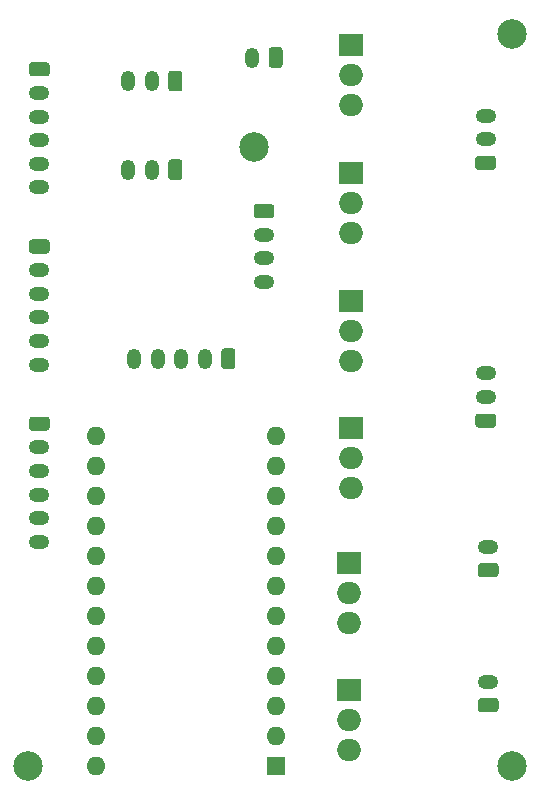
<source format=gbr>
%TF.GenerationSoftware,KiCad,Pcbnew,(5.1.9)-1*%
%TF.CreationDate,2021-10-29T07:15:38-06:00*%
%TF.ProjectId,throttle_controller,7468726f-7474-46c6-955f-636f6e74726f,rev?*%
%TF.SameCoordinates,Original*%
%TF.FileFunction,Soldermask,Bot*%
%TF.FilePolarity,Negative*%
%FSLAX46Y46*%
G04 Gerber Fmt 4.6, Leading zero omitted, Abs format (unit mm)*
G04 Created by KiCad (PCBNEW (5.1.9)-1) date 2021-10-29 07:15:38*
%MOMM*%
%LPD*%
G01*
G04 APERTURE LIST*
%ADD10O,1.200000X1.750000*%
%ADD11O,1.750000X1.200000*%
%ADD12O,2.000000X1.905000*%
%ADD13R,2.000000X1.905000*%
%ADD14O,1.600000X1.600000*%
%ADD15R,1.600000X1.600000*%
%ADD16C,2.500000*%
G04 APERTURE END LIST*
D10*
%TO.C,J8*%
X150976000Y-87330000D03*
G36*
G01*
X153576000Y-86704999D02*
X153576000Y-87955001D01*
G75*
G02*
X153326001Y-88205000I-249999J0D01*
G01*
X152625999Y-88205000D01*
G75*
G02*
X152376000Y-87955001I0J249999D01*
G01*
X152376000Y-86704999D01*
G75*
G02*
X152625999Y-86455000I249999J0D01*
G01*
X153326001Y-86455000D01*
G75*
G02*
X153576000Y-86704999I0J-249999D01*
G01*
G37*
%TD*%
D11*
%TO.C,J10*%
X170976000Y-140161000D03*
G36*
G01*
X171601001Y-142761000D02*
X170350999Y-142761000D01*
G75*
G02*
X170101000Y-142511001I0J249999D01*
G01*
X170101000Y-141810999D01*
G75*
G02*
X170350999Y-141561000I249999J0D01*
G01*
X171601001Y-141561000D01*
G75*
G02*
X171851000Y-141810999I0J-249999D01*
G01*
X171851000Y-142511001D01*
G75*
G02*
X171601001Y-142761000I-249999J0D01*
G01*
G37*
%TD*%
D12*
%TO.C,Q1*%
X159166500Y-135176000D03*
X159166500Y-132636000D03*
D13*
X159166500Y-130096000D03*
%TD*%
D11*
%TO.C,J9*%
X170976000Y-128731000D03*
G36*
G01*
X171601001Y-131331000D02*
X170350999Y-131331000D01*
G75*
G02*
X170101000Y-131081001I0J249999D01*
G01*
X170101000Y-130380999D01*
G75*
G02*
X170350999Y-130131000I249999J0D01*
G01*
X171601001Y-130131000D01*
G75*
G02*
X171851000Y-130380999I0J-249999D01*
G01*
X171851000Y-131081001D01*
G75*
G02*
X171601001Y-131331000I-249999J0D01*
G01*
G37*
%TD*%
D12*
%TO.C,Q3*%
X159166500Y-145971000D03*
X159166500Y-143431000D03*
D13*
X159166500Y-140891000D03*
%TD*%
D14*
%TO.C,U1*%
X137736000Y-147330000D03*
X152976000Y-119390000D03*
X137736000Y-144790000D03*
X152976000Y-121930000D03*
X137736000Y-142250000D03*
X152976000Y-124470000D03*
X137736000Y-139710000D03*
X152976000Y-127010000D03*
X137736000Y-137170000D03*
X152976000Y-129550000D03*
X137736000Y-134630000D03*
X152976000Y-132090000D03*
X137736000Y-132090000D03*
X152976000Y-134630000D03*
X137736000Y-129550000D03*
X152976000Y-137170000D03*
X137736000Y-127010000D03*
X152976000Y-139710000D03*
X137736000Y-124470000D03*
X152976000Y-142250000D03*
X137736000Y-121930000D03*
X152976000Y-144790000D03*
X137736000Y-119390000D03*
D15*
X152976000Y-147330000D03*
%TD*%
D12*
%TO.C,Q10*%
X159323000Y-123791000D03*
X159323000Y-121251000D03*
D13*
X159323000Y-118711000D03*
%TD*%
D12*
%TO.C,Q9*%
X159323000Y-112996000D03*
X159323000Y-110456000D03*
D13*
X159323000Y-107916000D03*
%TD*%
D12*
%TO.C,Q6*%
X159323000Y-102161000D03*
X159323000Y-99621000D03*
D13*
X159323000Y-97081000D03*
%TD*%
D12*
%TO.C,Q5*%
X159323000Y-91366000D03*
X159323000Y-88826000D03*
D13*
X159323000Y-86286000D03*
%TD*%
D11*
%TO.C,J12*%
X170753000Y-114076000D03*
X170753000Y-116076000D03*
G36*
G01*
X171378001Y-118676000D02*
X170127999Y-118676000D01*
G75*
G02*
X169878000Y-118426001I0J249999D01*
G01*
X169878000Y-117725999D01*
G75*
G02*
X170127999Y-117476000I249999J0D01*
G01*
X171378001Y-117476000D01*
G75*
G02*
X171628000Y-117725999I0J-249999D01*
G01*
X171628000Y-118426001D01*
G75*
G02*
X171378001Y-118676000I-249999J0D01*
G01*
G37*
%TD*%
%TO.C,J11*%
X170753000Y-92255500D03*
X170753000Y-94255500D03*
G36*
G01*
X171378001Y-96855500D02*
X170127999Y-96855500D01*
G75*
G02*
X169878000Y-96605501I0J249999D01*
G01*
X169878000Y-95905499D01*
G75*
G02*
X170127999Y-95655500I249999J0D01*
G01*
X171378001Y-95655500D01*
G75*
G02*
X171628000Y-95905499I0J-249999D01*
G01*
X171628000Y-96605501D01*
G75*
G02*
X171378001Y-96855500I-249999J0D01*
G01*
G37*
%TD*%
D10*
%TO.C,J7*%
X140476000Y-96830000D03*
X142476000Y-96830000D03*
G36*
G01*
X145076000Y-96204999D02*
X145076000Y-97455001D01*
G75*
G02*
X144826001Y-97705000I-249999J0D01*
G01*
X144125999Y-97705000D01*
G75*
G02*
X143876000Y-97455001I0J249999D01*
G01*
X143876000Y-96204999D01*
G75*
G02*
X144125999Y-95955000I249999J0D01*
G01*
X144826001Y-95955000D01*
G75*
G02*
X145076000Y-96204999I0J-249999D01*
G01*
G37*
%TD*%
%TO.C,J6*%
X140476000Y-89330000D03*
X142476000Y-89330000D03*
G36*
G01*
X145076000Y-88704999D02*
X145076000Y-89955001D01*
G75*
G02*
X144826001Y-90205000I-249999J0D01*
G01*
X144125999Y-90205000D01*
G75*
G02*
X143876000Y-89955001I0J249999D01*
G01*
X143876000Y-88704999D01*
G75*
G02*
X144125999Y-88455000I249999J0D01*
G01*
X144826001Y-88455000D01*
G75*
G02*
X145076000Y-88704999I0J-249999D01*
G01*
G37*
%TD*%
D11*
%TO.C,J5*%
X151976000Y-106330000D03*
X151976000Y-104330000D03*
X151976000Y-102330000D03*
G36*
G01*
X151350999Y-99730000D02*
X152601001Y-99730000D01*
G75*
G02*
X152851000Y-99979999I0J-249999D01*
G01*
X152851000Y-100680001D01*
G75*
G02*
X152601001Y-100930000I-249999J0D01*
G01*
X151350999Y-100930000D01*
G75*
G02*
X151101000Y-100680001I0J249999D01*
G01*
X151101000Y-99979999D01*
G75*
G02*
X151350999Y-99730000I249999J0D01*
G01*
G37*
%TD*%
D10*
%TO.C,J4*%
X140976000Y-112830000D03*
X142976000Y-112830000D03*
X144976000Y-112830000D03*
X146976000Y-112830000D03*
G36*
G01*
X149576000Y-112204999D02*
X149576000Y-113455001D01*
G75*
G02*
X149326001Y-113705000I-249999J0D01*
G01*
X148625999Y-113705000D01*
G75*
G02*
X148376000Y-113455001I0J249999D01*
G01*
X148376000Y-112204999D01*
G75*
G02*
X148625999Y-111955000I249999J0D01*
G01*
X149326001Y-111955000D01*
G75*
G02*
X149576000Y-112204999I0J-249999D01*
G01*
G37*
%TD*%
D11*
%TO.C,J3*%
X132976000Y-98330000D03*
X132976000Y-96330000D03*
X132976000Y-94330000D03*
X132976000Y-92330000D03*
X132976000Y-90330000D03*
G36*
G01*
X132350999Y-87730000D02*
X133601001Y-87730000D01*
G75*
G02*
X133851000Y-87979999I0J-249999D01*
G01*
X133851000Y-88680001D01*
G75*
G02*
X133601001Y-88930000I-249999J0D01*
G01*
X132350999Y-88930000D01*
G75*
G02*
X132101000Y-88680001I0J249999D01*
G01*
X132101000Y-87979999D01*
G75*
G02*
X132350999Y-87730000I249999J0D01*
G01*
G37*
%TD*%
%TO.C,J2*%
X132976000Y-113330000D03*
X132976000Y-111330000D03*
X132976000Y-109330000D03*
X132976000Y-107330000D03*
X132976000Y-105330000D03*
G36*
G01*
X132350999Y-102730000D02*
X133601001Y-102730000D01*
G75*
G02*
X133851000Y-102979999I0J-249999D01*
G01*
X133851000Y-103680001D01*
G75*
G02*
X133601001Y-103930000I-249999J0D01*
G01*
X132350999Y-103930000D01*
G75*
G02*
X132101000Y-103680001I0J249999D01*
G01*
X132101000Y-102979999D01*
G75*
G02*
X132350999Y-102730000I249999J0D01*
G01*
G37*
%TD*%
%TO.C,J1*%
X132976000Y-128330000D03*
X132976000Y-126330000D03*
X132976000Y-124330000D03*
X132976000Y-122330000D03*
X132976000Y-120330000D03*
G36*
G01*
X132350999Y-117730000D02*
X133601001Y-117730000D01*
G75*
G02*
X133851000Y-117979999I0J-249999D01*
G01*
X133851000Y-118680001D01*
G75*
G02*
X133601001Y-118930000I-249999J0D01*
G01*
X132350999Y-118930000D01*
G75*
G02*
X132101000Y-118680001I0J249999D01*
G01*
X132101000Y-117979999D01*
G75*
G02*
X132350999Y-117730000I249999J0D01*
G01*
G37*
%TD*%
D16*
%TO.C,H4*%
X151124000Y-94934000D03*
%TD*%
%TO.C,H3*%
X131976000Y-147330000D03*
%TD*%
%TO.C,H2*%
X172976000Y-85330000D03*
%TD*%
%TO.C,H1*%
X172976000Y-147330000D03*
%TD*%
M02*

</source>
